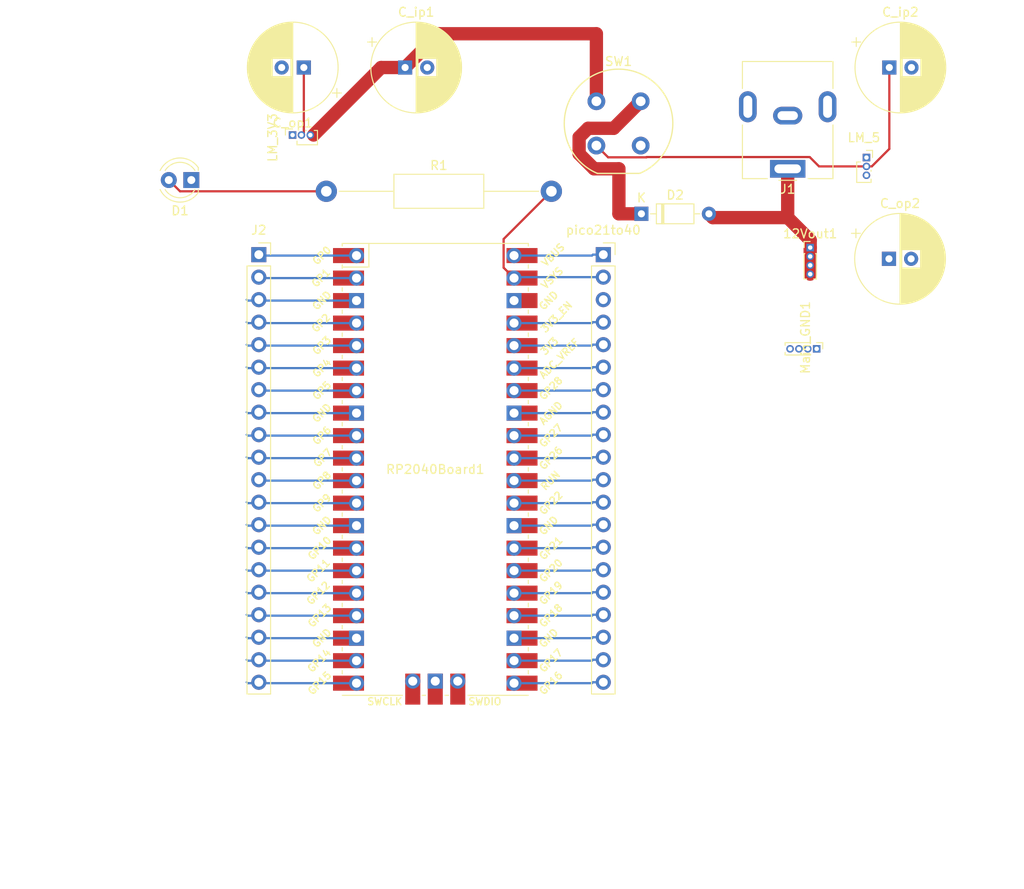
<source format=kicad_pcb>
(kicad_pcb (version 20171130) (host pcbnew 5.1.10-88a1d61d58~88~ubuntu20.04.1)
  (layers (0 F.Cu signal) (1 In1.Cu signal) (2 In2.Cu signal) (31 B.Cu signal) (34 B.Paste user) (35 F.Paste user) (36 B.SilkS user) (37 F.SilkS user) (38 B.Mask user) (39 F.Mask user) (44 Edge.Cuts user))
  (net 0 "")
  (net 1 "Net-(J2-Pad20)")
  (net 2 "Net-(J2-Pad19)")
  (net 3 "Net-(J2-Pad18)")
  (net 4 "Net-(J2-Pad17)")
  (net 5 "Net-(J2-Pad16)")
  (net 6 "Net-(J2-Pad15)")
  (net 7 "Net-(J2-Pad14)")
  (net 8 "Net-(J2-Pad13)")
  (net 9 "Net-(J2-Pad12)")
  (net 10 "Net-(J2-Pad11)")
  (net 11 "Net-(J2-Pad10)")
  (net 12 "Net-(J2-Pad9)")
  (net 13 "Net-(J2-Pad8)")
  (net 14 "Net-(J2-Pad7)")
  (net 15 "Net-(J2-Pad6)")
  (net 16 "Net-(J2-Pad5)")
  (net 17 "Net-(J2-Pad4)")
  (net 18 "Net-(J2-Pad3)")
  (net 19 "Net-(J2-Pad2)")
  (net 20 "Net-(J2-Pad1)")
  (net 21 "Net-(RP2040Board1-Pad21)")
  (net 22 "Net-(RP2040Board1-Pad22)")
  (net 23 "Net-(RP2040Board1-Pad23)")
  (net 24 "Net-(RP2040Board1-Pad24)")
  (net 25 "Net-(RP2040Board1-Pad25)")
  (net 26 "Net-(RP2040Board1-Pad26)")
  (net 27 "Net-(RP2040Board1-Pad27)")
  (net 28 "Net-(RP2040Board1-Pad28)")
  (net 29 "Net-(RP2040Board1-Pad29)")
  (net 30 "Net-(RP2040Board1-Pad30)")
  (net 31 "Net-(RP2040Board1-Pad31)")
  (net 32 "Net-(RP2040Board1-Pad32)")
  (net 33 "Net-(RP2040Board1-Pad33)")
  (net 34 "Net-(RP2040Board1-Pad34)")
  (net 35 "Net-(RP2040Board1-Pad35)")
  (net 36 "Net-(RP2040Board1-Pad36)")
  (net 37 "Net-(RP2040Board1-Pad37)")
  (net 38 "Net-(RP2040Board1-Pad40)")
  (net 39 "Net-(RP2040Board1-Pad43)")
  (net 40 "Net-(RP2040Board1-Pad42)")
  (net 41 "Net-(RP2040Board1-Pad41)")
  (net 42 "Net-(D1-Pad2)")
  (net 43 GND)
  (net 44 +12V)
  (net 45 "Net-(C_ip1-Pad1)")
  (net 46 "Net-(C_ip2-Pad1)")
  (net 47 +3V3)
  (net 48 +5V)
  (net 49 "Net-(SW1-Pad4)")
  (net 50 "Net-(D2-Pad1)")
  (module Diode_THT:D_DO-35_SOD27_P7.62mm_Horizontal (layer F.Cu) (at 143.51 59.69)
    (fp_text reference D2 (at 3.81 -2.12) (layer F.SilkS))
    (fp_text value 1N4148)
    (fp_text user K (at 0 -1.8) (layer F.SilkS))
    (pad 2 thru_hole oval (at 7.62 0) (size 1.6 1.6) (drill 0.8) (layers *.Cu *.Mask) (net 44 +12V))
    (pad 1 thru_hole rect (at 0 0) (size 1.6 1.6) (drill 0.8) (layers *.Cu *.Mask) (net 50 "Net-(D2-Pad1)"))
  )
  (module Resistor_THT:R_Axial_DIN0411_L9.9mm_D3.6mm_P25.40mm_Horizontal (layer F.Cu) (at 107.95 57.15)
    (fp_text reference R1 (at 12.7 -2.92) (layer F.SilkS))
    (fp_text value R)
    (pad 2 thru_hole oval (at 25.4 0) (size 2.4 2.4) (drill 1.2) (layers *.Cu *.Mask) (net 48 +5V))
    (pad 1 thru_hole circle (at 0 0) (size 2.4 2.4) (drill 1.2) (layers *.Cu *.Mask) (net 42 "Net-(D1-Pad2)"))
  )
  (module Button_Switch_THT:Push_E-Switch_KS01Q01 (layer F.Cu) (at 138.43 46.99)
    (fp_text reference SW1 (at 2.5 -4.5) (layer F.SilkS))
    (fp_text value SW_Push_Dual)
    (pad 3 thru_hole circle (at 0 5) (size 2 2) (drill 1.1) (layers *.Cu *.Mask) (net 46 "Net-(C_ip2-Pad1)"))
    (pad 4 thru_hole circle (at 5 5) (size 2 2) (drill 1.1) (layers *.Cu *.Mask) (net 49 "Net-(SW1-Pad4)"))
    (pad 2 thru_hole circle (at 5 0) (size 2 2) (drill 1.1) (layers *.Cu *.Mask) (net 50 "Net-(D2-Pad1)"))
    (pad 1 thru_hole circle (at 0 0) (size 2 2) (drill 1.1) (layers *.Cu *.Mask) (net 45 "Net-(C_ip1-Pad1)"))
  )
  (module Connector_PinSocket_1.00mm:PinSocket_1x03_P1.00mm_Vertical (layer F.Cu) (at 168.91 53.34)
    (fp_text reference LM_5 (at -0.29 -2.25) (layer F.SilkS))
    (fp_text value LM1117-5.0)
    (pad 3 thru_hole oval (at 0 2) (size 0.85 0.85) (drill 0.5) (layers *.Cu *.Mask) (net 48 +5V))
    (pad 2 thru_hole oval (at 0 1) (size 0.85 0.85) (drill 0.5) (layers *.Cu *.Mask) (net 46 "Net-(C_ip2-Pad1)"))
    (pad 1 thru_hole rect (at 0 0) (size 0.85 0.85) (drill 0.5) (layers *.Cu *.Mask) (net 43 GND))
  )
  (module Capacitor_THT:CP_Radial_D10.0mm_P2.50mm (layer F.Cu) (at 171.45 64.77)
    (fp_text reference C_op2 (at 1.25 -6.25) (layer F.SilkS))
    (fp_text value C)
    (pad 2 thru_hole circle (at 2.5 0) (size 1.6 1.6) (drill 0.8) (layers *.Cu *.Mask) (net 43 GND))
    (pad 1 thru_hole rect (at 0 0) (size 1.6 1.6) (drill 0.8) (layers *.Cu *.Mask) (net 48 +5V))
  )
  (module Capacitor_THT:CP_Radial_D10.0mm_P2.50mm (layer F.Cu) (at 105.41 43.18 180)
    (fp_text reference C_op1 (at 1.25 -6.25) (layer F.SilkS))
    (fp_text value C)
    (pad 2 thru_hole circle (at 2.5 0 180) (size 1.6 1.6) (drill 0.8) (layers *.Cu *.Mask) (net 43 GND))
    (pad 1 thru_hole rect (at 0 0 180) (size 1.6 1.6) (drill 0.8) (layers *.Cu *.Mask) (net 47 +3V3))
  )
  (module Capacitor_THT:CP_Radial_D10.0mm_P2.50mm (layer F.Cu) (at 171.49 43.18)
    (fp_text reference C_ip2 (at 1.25 -6.25) (layer F.SilkS))
    (fp_text value C)
    (pad 2 thru_hole circle (at 2.5 0) (size 1.6 1.6) (drill 0.8) (layers *.Cu *.Mask) (net 43 GND))
    (pad 1 thru_hole rect (at 0 0) (size 1.6 1.6) (drill 0.8) (layers *.Cu *.Mask) (net 46 "Net-(C_ip2-Pad1)"))
  )
  (module Capacitor_THT:CP_Radial_D10.0mm_P2.50mm (layer F.Cu) (at 116.84 43.18)
    (fp_text reference C_ip1 (at 1.25 -6.25) (layer F.SilkS))
    (fp_text value C)
    (pad 2 thru_hole circle (at 2.5 0) (size 1.6 1.6) (drill 0.8) (layers *.Cu *.Mask) (net 43 GND))
    (pad 1 thru_hole rect (at 0 0) (size 1.6 1.6) (drill 0.8) (layers *.Cu *.Mask) (net 45 "Net-(C_ip1-Pad1)"))
  )
  (module picoFootPrint:RPi_Pico_SMD_TH (layer F.Cu) (at 120.245 88.535)
    (fp_text reference RP2040Board1 (at 0 0) (layer F.SilkS))
    (fp_text value Pico)
    (fp_text user GP1 (at -12.9 -21.6 45) (layer F.SilkS) (effects (font (size 0.8 0.8))))
    (fp_text user GP2 (at -12.9 -16.51 45) (layer F.SilkS) (effects (font (size 0.8 0.8))))
    (fp_text user GP0 (at -12.8 -24.13 45) (layer F.SilkS) (effects (font (size 0.8 0.8))))
    (fp_text user GP3 (at -12.8 -13.97 45) (layer F.SilkS) (effects (font (size 0.8 0.8))))
    (fp_text user GP4 (at -12.8 -11.43 45) (layer F.SilkS) (effects (font (size 0.8 0.8))))
    (fp_text user GP5 (at -12.8 -8.89 45) (layer F.SilkS) (effects (font (size 0.8 0.8))))
    (fp_text user GP6 (at -12.8 -3.81 45) (layer F.SilkS) (effects (font (size 0.8 0.8))))
    (fp_text user GP7 (at -12.7 -1.3 45) (layer F.SilkS) (effects (font (size 0.8 0.8))))
    (fp_text user GP8 (at -12.8 1.27 45) (layer F.SilkS) (effects (font (size 0.8 0.8))))
    (fp_text user GP9 (at -12.8 3.81 45) (layer F.SilkS) (effects (font (size 0.8 0.8))))
    (fp_text user GP10 (at -13.054 8.89 45) (layer F.SilkS) (effects (font (size 0.8 0.8))))
    (fp_text user GP11 (at -13.2 11.43 45) (layer F.SilkS) (effects (font (size 0.8 0.8))))
    (fp_text user GP12 (at -13.2 13.97 45) (layer F.SilkS) (effects (font (size 0.8 0.8))))
    (fp_text user GP13 (at -13.054 16.51 45) (layer F.SilkS) (effects (font (size 0.8 0.8))))
    (fp_text user GP14 (at -13.1 21.59 45) (layer F.SilkS) (effects (font (size 0.8 0.8))))
    (fp_text user GP15 (at -13.054 24.13 45) (layer F.SilkS) (effects (font (size 0.8 0.8))))
    (fp_text user GP16 (at 13.054 24.13 45) (layer F.SilkS) (effects (font (size 0.8 0.8))))
    (fp_text user GP17 (at 13.054 21.59 45) (layer F.SilkS) (effects (font (size 0.8 0.8))))
    (fp_text user GP18 (at 13.054 16.51 45) (layer F.SilkS) (effects (font (size 0.8 0.8))))
    (fp_text user GP19 (at 13.054 13.97 45) (layer F.SilkS) (effects (font (size 0.8 0.8))))
    (fp_text user GP20 (at 13.054 11.43 45) (layer F.SilkS) (effects (font (size 0.8 0.8))))
    (fp_text user GP21 (at 13.054 8.9 45) (layer F.SilkS) (effects (font (size 0.8 0.8))))
    (fp_text user GP22 (at 13.054 3.81 45) (layer F.SilkS) (effects (font (size 0.8 0.8))))
    (fp_text user RUN (at 13 1.27 45) (layer F.SilkS) (effects (font (size 0.8 0.8))))
    (fp_text user GP26 (at 13.054 -1.27 45) (layer F.SilkS) (effects (font (size 0.8 0.8))))
    (fp_text user GP27 (at 13.054 -3.8 45) (layer F.SilkS) (effects (font (size 0.8 0.8))))
    (fp_text user GP28 (at 13.054 -9.144 45) (layer F.SilkS) (effects (font (size 0.8 0.8))))
    (fp_text user ADC_VREF (at 14 -12.5 45) (layer F.SilkS) (effects (font (size 0.8 0.8))))
    (fp_text user 3V3 (at 12.9 -13.9 45) (layer F.SilkS) (effects (font (size 0.8 0.8))))
    (fp_text user 3V3_EN (at 13.7 -17.2 45) (layer F.SilkS) (effects (font (size 0.8 0.8))))
    (fp_text user VSYS (at 13.2 -21.59 45) (layer F.SilkS) (effects (font (size 0.8 0.8))))
    (fp_text user VBUS (at 13.3 -24.2 45) (layer F.SilkS) (effects (font (size 0.8 0.8))))
    (fp_text user GND (at -12.8 -19.05 45) (layer F.SilkS) (effects (font (size 0.8 0.8))))
    (fp_text user GND (at -12.8 -6.35 45) (layer F.SilkS) (effects (font (size 0.8 0.8))))
    (fp_text user GND (at -12.8 6.35 45) (layer F.SilkS) (effects (font (size 0.8 0.8))))
    (fp_text user GND (at -12.8 19.05 45) (layer F.SilkS) (effects (font (size 0.8 0.8))))
    (fp_text user GND (at 12.8 19.05 45) (layer F.SilkS) (effects (font (size 0.8 0.8))))
    (fp_text user GND (at 12.8 6.35 45) (layer F.SilkS) (effects (font (size 0.8 0.8))))
    (fp_text user GND (at 12.8 -19.05 45) (layer F.SilkS) (effects (font (size 0.8 0.8))))
    (fp_text user AGND (at 13.054 -6.35 45) (layer F.SilkS) (effects (font (size 0.8 0.8))))
    (fp_text user SWCLK (at -5.7 26.2) (layer F.SilkS) (effects (font (size 0.8 0.8))))
    (fp_text user SWDIO (at 5.6 26.2) (layer F.SilkS) (effects (font (size 0.8 0.8))))
    (pad 1 thru_hole oval (at -8.89 -24.13) (size 1.7 1.7) (drill 1.02) (layers *.Cu *.Mask) (net 20 "Net-(J2-Pad1)"))
    (pad 2 thru_hole oval (at -8.89 -21.59) (size 1.7 1.7) (drill 1.02) (layers *.Cu *.Mask) (net 19 "Net-(J2-Pad2)"))
    (pad 3 thru_hole rect (at -8.89 -19.05) (size 1.7 1.7) (drill 1.02) (layers *.Cu *.Mask) (net 18 "Net-(J2-Pad3)"))
    (pad 4 thru_hole oval (at -8.89 -16.51) (size 1.7 1.7) (drill 1.02) (layers *.Cu *.Mask) (net 17 "Net-(J2-Pad4)"))
    (pad 5 thru_hole oval (at -8.89 -13.97) (size 1.7 1.7) (drill 1.02) (layers *.Cu *.Mask) (net 16 "Net-(J2-Pad5)"))
    (pad 6 thru_hole oval (at -8.89 -11.43) (size 1.7 1.7) (drill 1.02) (layers *.Cu *.Mask) (net 15 "Net-(J2-Pad6)"))
    (pad 7 thru_hole oval (at -8.89 -8.89) (size 1.7 1.7) (drill 1.02) (layers *.Cu *.Mask) (net 14 "Net-(J2-Pad7)"))
    (pad 8 thru_hole rect (at -8.89 -6.35) (size 1.7 1.7) (drill 1.02) (layers *.Cu *.Mask) (net 13 "Net-(J2-Pad8)"))
    (pad 9 thru_hole oval (at -8.89 -3.81) (size 1.7 1.7) (drill 1.02) (layers *.Cu *.Mask) (net 12 "Net-(J2-Pad9)"))
    (pad 10 thru_hole oval (at -8.89 -1.27) (size 1.7 1.7) (drill 1.02) (layers *.Cu *.Mask) (net 11 "Net-(J2-Pad10)"))
    (pad 11 thru_hole oval (at -8.89 1.27) (size 1.7 1.7) (drill 1.02) (layers *.Cu *.Mask) (net 10 "Net-(J2-Pad11)"))
    (pad 12 thru_hole oval (at -8.89 3.81) (size 1.7 1.7) (drill 1.02) (layers *.Cu *.Mask) (net 9 "Net-(J2-Pad12)"))
    (pad 13 thru_hole rect (at -8.89 6.35) (size 1.7 1.7) (drill 1.02) (layers *.Cu *.Mask) (net 8 "Net-(J2-Pad13)"))
    (pad 14 thru_hole oval (at -8.89 8.89) (size 1.7 1.7) (drill 1.02) (layers *.Cu *.Mask) (net 7 "Net-(J2-Pad14)"))
    (pad 15 thru_hole oval (at -8.89 11.43) (size 1.7 1.7) (drill 1.02) (layers *.Cu *.Mask) (net 6 "Net-(J2-Pad15)"))
    (pad 16 thru_hole oval (at -8.89 13.97) (size 1.7 1.7) (drill 1.02) (layers *.Cu *.Mask) (net 5 "Net-(J2-Pad16)"))
    (pad 17 thru_hole oval (at -8.89 16.51) (size 1.7 1.7) (drill 1.02) (layers *.Cu *.Mask) (net 4 "Net-(J2-Pad17)"))
    (pad 18 thru_hole rect (at -8.89 19.05) (size 1.7 1.7) (drill 1.02) (layers *.Cu *.Mask) (net 3 "Net-(J2-Pad18)"))
    (pad 19 thru_hole oval (at -8.89 21.59) (size 1.7 1.7) (drill 1.02) (layers *.Cu *.Mask) (net 2 "Net-(J2-Pad19)"))
    (pad 20 thru_hole oval (at -8.89 24.13) (size 1.7 1.7) (drill 1.02) (layers *.Cu *.Mask) (net 1 "Net-(J2-Pad20)"))
    (pad 21 thru_hole oval (at 8.89 24.13) (size 1.7 1.7) (drill 1.02) (layers *.Cu *.Mask) (net 21 "Net-(RP2040Board1-Pad21)"))
    (pad 22 thru_hole oval (at 8.89 21.59) (size 1.7 1.7) (drill 1.02) (layers *.Cu *.Mask) (net 22 "Net-(RP2040Board1-Pad22)"))
    (pad 23 thru_hole rect (at 8.89 19.05) (size 1.7 1.7) (drill 1.02) (layers *.Cu *.Mask) (net 23 "Net-(RP2040Board1-Pad23)"))
    (pad 24 thru_hole oval (at 8.89 16.51) (size 1.7 1.7) (drill 1.02) (layers *.Cu *.Mask) (net 24 "Net-(RP2040Board1-Pad24)"))
    (pad 25 thru_hole oval (at 8.89 13.97) (size 1.7 1.7) (drill 1.02) (layers *.Cu *.Mask) (net 25 "Net-(RP2040Board1-Pad25)"))
    (pad 26 thru_hole oval (at 8.89 11.43) (size 1.7 1.7) (drill 1.02) (layers *.Cu *.Mask) (net 26 "Net-(RP2040Board1-Pad26)"))
    (pad 27 thru_hole oval (at 8.89 8.89) (size 1.7 1.7) (drill 1.02) (layers *.Cu *.Mask) (net 27 "Net-(RP2040Board1-Pad27)"))
    (pad 28 thru_hole rect (at 8.89 6.35) (size 1.7 1.7) (drill 1.02) (layers *.Cu *.Mask) (net 28 "Net-(RP2040Board1-Pad28)"))
    (pad 29 thru_hole oval (at 8.89 3.81) (size 1.7 1.7) (drill 1.02) (layers *.Cu *.Mask) (net 29 "Net-(RP2040Board1-Pad29)"))
    (pad 30 thru_hole oval (at 8.89 1.27) (size 1.7 1.7) (drill 1.02) (layers *.Cu *.Mask) (net 30 "Net-(RP2040Board1-Pad30)"))
    (pad 31 thru_hole oval (at 8.89 -1.27) (size 1.7 1.7) (drill 1.02) (layers *.Cu *.Mask) (net 31 "Net-(RP2040Board1-Pad31)"))
    (pad 32 thru_hole oval (at 8.89 -3.81) (size 1.7 1.7) (drill 1.02) (layers *.Cu *.Mask) (net 32 "Net-(RP2040Board1-Pad32)"))
    (pad 33 thru_hole rect (at 8.89 -6.35) (size 1.7 1.7) (drill 1.02) (layers *.Cu *.Mask) (net 33 "Net-(RP2040Board1-Pad33)"))
    (pad 34 thru_hole oval (at 8.89 -8.89) (size 1.7 1.7) (drill 1.02) (layers *.Cu *.Mask) (net 34 "Net-(RP2040Board1-Pad34)"))
    (pad 35 thru_hole oval (at 8.89 -11.43) (size 1.7 1.7) (drill 1.02) (layers *.Cu *.Mask) (net 35 "Net-(RP2040Board1-Pad35)"))
    (pad 36 thru_hole oval (at 8.89 -13.97) (size 1.7 1.7) (drill 1.02) (layers *.Cu *.Mask) (net 36 "Net-(RP2040Board1-Pad36)"))
    (pad 37 thru_hole oval (at 8.89 -16.51) (size 1.7 1.7) (drill 1.02) (layers *.Cu *.Mask) (net 37 "Net-(RP2040Board1-Pad37)"))
    (pad 38 thru_hole rect (at 8.89 -19.05) (size 1.7 1.7) (drill 1.02) (layers *.Cu *.Mask) (net 43 GND))
    (pad 39 thru_hole oval (at 8.89 -21.59) (size 1.7 1.7) (drill 1.02) (layers *.Cu *.Mask) (net 48 +5V))
    (pad 40 thru_hole oval (at 8.89 -24.13) (size 1.7 1.7) (drill 1.02) (layers *.Cu *.Mask) (net 38 "Net-(RP2040Board1-Pad40)"))
    (pad 1 smd rect (at -8.89 -24.13) (size 3.5 1.7) (drill (offset -0.9 0)) (layers F.Cu F.Mask) (net 20 "Net-(J2-Pad1)"))
    (pad 2 smd rect (at -8.89 -21.59) (size 3.5 1.7) (drill (offset -0.9 0)) (layers F.Cu F.Mask) (net 19 "Net-(J2-Pad2)"))
    (pad 3 smd rect (at -8.89 -19.05) (size 3.5 1.7) (drill (offset -0.9 0)) (layers F.Cu F.Mask) (net 18 "Net-(J2-Pad3)"))
    (pad 4 smd rect (at -8.89 -16.51) (size 3.5 1.7) (drill (offset -0.9 0)) (layers F.Cu F.Mask) (net 17 "Net-(J2-Pad4)"))
    (pad 5 smd rect (at -8.89 -13.97) (size 3.5 1.7) (drill (offset -0.9 0)) (layers F.Cu F.Mask) (net 16 "Net-(J2-Pad5)"))
    (pad 6 smd rect (at -8.89 -11.43) (size 3.5 1.7) (drill (offset -0.9 0)) (layers F.Cu F.Mask) (net 15 "Net-(J2-Pad6)"))
    (pad 7 smd rect (at -8.89 -8.89) (size 3.5 1.7) (drill (offset -0.9 0)) (layers F.Cu F.Mask) (net 14 "Net-(J2-Pad7)"))
    (pad 8 smd rect (at -8.89 -6.35) (size 3.5 1.7) (drill (offset -0.9 0)) (layers F.Cu F.Mask) (net 13 "Net-(J2-Pad8)"))
    (pad 9 smd rect (at -8.89 -3.81) (size 3.5 1.7) (drill (offset -0.9 0)) (layers F.Cu F.Mask) (net 12 "Net-(J2-Pad9)"))
    (pad 10 smd rect (at -8.89 -1.27) (size 3.5 1.7) (drill (offset -0.9 0)) (layers F.Cu F.Mask) (net 11 "Net-(J2-Pad10)"))
    (pad 11 smd rect (at -8.89 1.27) (size 3.5 1.7) (drill (offset -0.9 0)) (layers F.Cu F.Mask) (net 10 "Net-(J2-Pad11)"))
    (pad 12 smd rect (at -8.89 3.81) (size 3.5 1.7) (drill (offset -0.9 0)) (layers F.Cu F.Mask) (net 9 "Net-(J2-Pad12)"))
    (pad 13 smd rect (at -8.89 6.35) (size 3.5 1.7) (drill (offset -0.9 0)) (layers F.Cu F.Mask) (net 8 "Net-(J2-Pad13)"))
    (pad 14 smd rect (at -8.89 8.89) (size 3.5 1.7) (drill (offset -0.9 0)) (layers F.Cu F.Mask) (net 7 "Net-(J2-Pad14)"))
    (pad 15 smd rect (at -8.89 11.43) (size 3.5 1.7) (drill (offset -0.9 0)) (layers F.Cu F.Mask) (net 6 "Net-(J2-Pad15)"))
    (pad 16 smd rect (at -8.89 13.97) (size 3.5 1.7) (drill (offset -0.9 0)) (layers F.Cu F.Mask) (net 5 "Net-(J2-Pad16)"))
    (pad 17 smd rect (at -8.89 16.51) (size 3.5 1.7) (drill (offset -0.9 0)) (layers F.Cu F.Mask) (net 4 "Net-(J2-Pad17)"))
    (pad 18 smd rect (at -8.89 19.05) (size 3.5 1.7) (drill (offset -0.9 0)) (layers F.Cu F.Mask) (net 3 "Net-(J2-Pad18)"))
    (pad 19 smd rect (at -8.89 21.59) (size 3.5 1.7) (drill (offset -0.9 0)) (layers F.Cu F.Mask) (net 2 "Net-(J2-Pad19)"))
    (pad 20 smd rect (at -8.89 24.13) (size 3.5 1.7) (drill (offset -0.9 0)) (layers F.Cu F.Mask) (net 1 "Net-(J2-Pad20)"))
    (pad 40 smd rect (at 8.89 -24.13) (size 3.5 1.7) (drill (offset 0.9 0)) (layers F.Cu F.Mask) (net 38 "Net-(RP2040Board1-Pad40)"))
    (pad 39 smd rect (at 8.89 -21.59) (size 3.5 1.7) (drill (offset 0.9 0)) (layers F.Cu F.Mask) (net 48 +5V))
    (pad 38 smd rect (at 8.89 -19.05) (size 3.5 1.7) (drill (offset 0.9 0)) (layers F.Cu F.Mask) (net 43 GND))
    (pad 37 smd rect (at 8.89 -16.51) (size 3.5 1.7) (drill (offset 0.9 0)) (layers F.Cu F.Mask) (net 37 "Net-(RP2040Board1-Pad37)"))
    (pad 36 smd rect (at 8.89 -13.97) (size 3.5 1.7) (drill (offset 0.9 0)) (layers F.Cu F.Mask) (net 36 "Net-(RP2040Board1-Pad36)"))
    (pad 35 smd rect (at 8.89 -11.43) (size 3.5 1.7) (drill (offset 0.9 0)) (layers F.Cu F.Mask) (net 35 "Net-(RP2040Board1-Pad35)"))
    (pad 34 smd rect (at 8.89 -8.89) (size 3.5 1.7) (drill (offset 0.9 0)) (layers F.Cu F.Mask) (net 34 "Net-(RP2040Board1-Pad34)"))
    (pad 33 smd rect (at 8.89 -6.35) (size 3.5 1.7) (drill (offset 0.9 0)) (layers F.Cu F.Mask) (net 33 "Net-(RP2040Board1-Pad33)"))
    (pad 32 smd rect (at 8.89 -3.81) (size 3.5 1.7) (drill (offset 0.9 0)) (layers F.Cu F.Mask) (net 32 "Net-(RP2040Board1-Pad32)"))
    (pad 31 smd rect (at 8.89 -1.27) (size 3.5 1.7) (drill (offset 0.9 0)) (layers F.Cu F.Mask) (net 31 "Net-(RP2040Board1-Pad31)"))
    (pad 30 smd rect (at 8.89 1.27) (size 3.5 1.7) (drill (offset 0.9 0)) (layers F.Cu F.Mask) (net 30 "Net-(RP2040Board1-Pad30)"))
    (pad 29 smd rect (at 8.89 3.81) (size 3.5 1.7) (drill (offset 0.9 0)) (layers F.Cu F.Mask) (net 29 "Net-(RP2040Board1-Pad29)"))
    (pad 28 smd rect (at 8.89 6.35) (size 3.5 1.7) (drill (offset 0.9 0)) (layers F.Cu F.Mask) (net 28 "Net-(RP2040Board1-Pad28)"))
    (pad 27 smd rect (at 8.89 8.89) (size 3.5 1.7) (drill (offset 0.9 0)) (layers F.Cu F.Mask) (net 27 "Net-(RP2040Board1-Pad27)"))
    (pad 26 smd rect (at 8.89 11.43) (size 3.5 1.7) (drill (offset 0.9 0)) (layers F.Cu F.Mask) (net 26 "Net-(RP2040Board1-Pad26)"))
    (pad 25 smd rect (at 8.89 13.97) (size 3.5 1.7) (drill (offset 0.9 0)) (layers F.Cu F.Mask) (net 25 "Net-(RP2040Board1-Pad25)"))
    (pad 24 smd rect (at 8.89 16.51) (size 3.5 1.7) (drill (offset 0.9 0)) (layers F.Cu F.Mask) (net 24 "Net-(RP2040Board1-Pad24)"))
    (pad 23 smd rect (at 8.89 19.05) (size 3.5 1.7) (drill (offset 0.9 0)) (layers F.Cu F.Mask) (net 23 "Net-(RP2040Board1-Pad23)"))
    (pad 22 smd rect (at 8.89 21.59) (size 3.5 1.7) (drill (offset 0.9 0)) (layers F.Cu F.Mask) (net 22 "Net-(RP2040Board1-Pad22)"))
    (pad 21 smd rect (at 8.89 24.13) (size 3.5 1.7) (drill (offset 0.9 0)) (layers F.Cu F.Mask) (net 21 "Net-(RP2040Board1-Pad21)"))
    (pad "" np_thru_hole oval (at -2.725 -24) (size 1.8 1.8) (drill 1.8) (layers *.Cu *.Mask))
    (pad "" np_thru_hole oval (at 2.725 -24) (size 1.8 1.8) (drill 1.8) (layers *.Cu *.Mask))
    (pad "" np_thru_hole oval (at -2.425 -20.97) (size 1.5 1.5) (drill 1.5) (layers *.Cu *.Mask))
    (pad "" np_thru_hole oval (at 2.425 -20.97) (size 1.5 1.5) (drill 1.5) (layers *.Cu *.Mask))
    (pad 41 smd rect (at -2.54 23.9 90) (size 3.5 1.7) (drill (offset -0.9 0)) (layers F.Cu F.Mask) (net 41 "Net-(RP2040Board1-Pad41)"))
    (pad 41 thru_hole oval (at -2.54 23.9) (size 1.7 1.7) (drill 1.02) (layers *.Cu *.Mask) (net 41 "Net-(RP2040Board1-Pad41)"))
    (pad 42 smd rect (at 0 23.9 90) (size 3.5 1.7) (drill (offset -0.9 0)) (layers F.Cu F.Mask) (net 40 "Net-(RP2040Board1-Pad42)"))
    (pad 42 thru_hole rect (at 0 23.9) (size 1.7 1.7) (drill 1.02) (layers *.Cu *.Mask) (net 40 "Net-(RP2040Board1-Pad42)"))
    (pad 43 smd rect (at 2.54 23.9 90) (size 3.5 1.7) (drill (offset -0.9 0)) (layers F.Cu F.Mask) (net 39 "Net-(RP2040Board1-Pad43)"))
    (pad 43 thru_hole oval (at 2.54 23.9) (size 1.7 1.7) (drill 1.02) (layers *.Cu *.Mask) (net 39 "Net-(RP2040Board1-Pad43)"))
  )
  (module LED_THT:LED_D4.0mm (layer F.Cu) (at 92.71 55.88 180)
    (fp_text reference D1 (at 1.27 -3.46) (layer F.SilkS))
    (fp_text value LED)
    (pad 1 thru_hole rect (at 0 0 180) (size 1.8 1.8) (drill 0.9) (layers *.Cu *.Mask) (net 43 GND))
    (pad 2 thru_hole circle (at 2.54 0 180) (size 1.8 1.8) (drill 0.9) (layers *.Cu *.Mask) (net 42 "Net-(D1-Pad2)"))
  )
  (module Connector_BarrelJack:BarrelJack_CUI_PJ-063AH_Horizontal (layer F.Cu) (at 160.02 54.61 180)
    (fp_text reference J1 (at 0 -2.3) (layer F.SilkS))
    (fp_text value Barrel_Jack)
    (pad 1 thru_hole rect (at 0 0 180) (size 4 2) (drill oval 3 1) (layers *.Cu *.Mask) (net 44 +12V))
    (pad 2 thru_hole oval (at 0 6 180) (size 3.3 2) (drill oval 2.3 1) (layers *.Cu *.Mask) (net 43 GND))
    (pad MP thru_hole oval (at -4.5 7 180) (size 2 3.5) (drill oval 1 2.5) (layers *.Cu *.Mask))
    (pad MP thru_hole oval (at 4.5 7 180) (size 2 3.5) (drill oval 1 2.5) (layers *.Cu *.Mask))
    (pad "" np_thru_hole circle (at 0 9 180) (size 1.6 1.6) (drill 1.6) (layers *.Cu *.Mask))
  )
  (module Connector_PinSocket_1.00mm:PinSocket_1x03_P1.00mm_Vertical (layer F.Cu) (at 104.14 50.8 90)
    (fp_text reference LM_3V3 (at -0.29 -2.25 90) (layer F.SilkS))
    (fp_text value LM1117-3.3)
    (pad 1 thru_hole rect (at 0 0 90) (size 0.85 0.85) (drill 0.5) (layers *.Cu *.Mask) (net 43 GND))
    (pad 2 thru_hole oval (at 0 1 90) (size 0.85 0.85) (drill 0.5) (layers *.Cu *.Mask) (net 47 +3V3))
    (pad 3 thru_hole oval (at 0 2 90) (size 0.85 0.85) (drill 0.5) (layers *.Cu *.Mask) (net 45 "Net-(C_ip1-Pad1)"))
  )
  (module Connector_PinHeader_1.00mm:PinHeader_1x04_P1.00mm_Vertical (layer F.Cu) (at 163.29 74.93 270)
    (fp_text reference Main_GND1 (at -1.27 1.27 90) (layer F.SilkS))
    (fp_text value Conn_01x04_Male)
    (pad 1 thru_hole rect (at 0 0 270) (size 0.85 0.85) (drill 0.5) (layers *.Cu *.Mask) (net 43 GND))
    (pad 2 thru_hole oval (at 0 1 270) (size 0.85 0.85) (drill 0.5) (layers *.Cu *.Mask) (net 43 GND))
    (pad 3 thru_hole oval (at 0 2 270) (size 0.85 0.85) (drill 0.5) (layers *.Cu *.Mask) (net 43 GND))
    (pad 4 thru_hole oval (at 0 3 270) (size 0.85 0.85) (drill 0.5) (layers *.Cu *.Mask) (net 43 GND))
  )
  (module Connector_PinHeader_1.00mm:PinHeader_1x04_P1.00mm_Vertical (layer F.Cu) (at 162.56 63.5)
    (fp_text reference 12Vout1 (at 0 -1.56) (layer F.SilkS))
    (fp_text value Conn_01x04_Male)
    (pad 4 thru_hole oval (at 0 3) (size 0.85 0.85) (drill 0.5) (layers *.Cu *.Mask) (net 44 +12V))
    (pad 3 thru_hole oval (at 0 2) (size 0.85 0.85) (drill 0.5) (layers *.Cu *.Mask) (net 44 +12V))
    (pad 2 thru_hole oval (at 0 1) (size 0.85 0.85) (drill 0.5) (layers *.Cu *.Mask) (net 44 +12V))
    (pad 1 thru_hole rect (at 0 0) (size 0.85 0.85) (drill 0.5) (layers *.Cu *.Mask) (net 44 +12V))
  )
  (module Connector_PinSocket_2.54mm:PinSocket_1x20_P2.54mm_Vertical (layer F.Cu) (at 139.21 64.3)
    (fp_text reference pico21to40 (at 0 -2.77) (layer F.SilkS))
    (fp_text value Conn_01x20_Female)
    (pad 1 thru_hole rect (at 0 0) (size 1.7 1.7) (drill 1) (layers *.Cu *.Mask) (net 38 "Net-(RP2040Board1-Pad40)"))
    (pad 2 thru_hole oval (at 0 2.54) (size 1.7 1.7) (drill 1) (layers *.Cu *.Mask) (net 48 +5V))
    (pad 3 thru_hole oval (at 0 5.08) (size 1.7 1.7) (drill 1) (layers *.Cu *.Mask) (net 43 GND))
    (pad 4 thru_hole oval (at 0 7.62) (size 1.7 1.7) (drill 1) (layers *.Cu *.Mask) (net 37 "Net-(RP2040Board1-Pad37)"))
    (pad 5 thru_hole oval (at 0 10.16) (size 1.7 1.7) (drill 1) (layers *.Cu *.Mask) (net 36 "Net-(RP2040Board1-Pad36)"))
    (pad 6 thru_hole oval (at 0 12.7) (size 1.7 1.7) (drill 1) (layers *.Cu *.Mask) (net 35 "Net-(RP2040Board1-Pad35)"))
    (pad 7 thru_hole oval (at 0 15.24) (size 1.7 1.7) (drill 1) (layers *.Cu *.Mask) (net 34 "Net-(RP2040Board1-Pad34)"))
    (pad 8 thru_hole oval (at 0 17.78) (size 1.7 1.7) (drill 1) (layers *.Cu *.Mask) (net 33 "Net-(RP2040Board1-Pad33)"))
    (pad 9 thru_hole oval (at 0 20.32) (size 1.7 1.7) (drill 1) (layers *.Cu *.Mask) (net 32 "Net-(RP2040Board1-Pad32)"))
    (pad 10 thru_hole oval (at 0 22.86) (size 1.7 1.7) (drill 1) (layers *.Cu *.Mask) (net 31 "Net-(RP2040Board1-Pad31)"))
    (pad 11 thru_hole oval (at 0 25.4) (size 1.7 1.7) (drill 1) (layers *.Cu *.Mask) (net 30 "Net-(RP2040Board1-Pad30)"))
    (pad 12 thru_hole oval (at 0 27.94) (size 1.7 1.7) (drill 1) (layers *.Cu *.Mask) (net 29 "Net-(RP2040Board1-Pad29)"))
    (pad 13 thru_hole oval (at 0 30.48) (size 1.7 1.7) (drill 1) (layers *.Cu *.Mask) (net 28 "Net-(RP2040Board1-Pad28)"))
    (pad 14 thru_hole oval (at 0 33.02) (size 1.7 1.7) (drill 1) (layers *.Cu *.Mask) (net 27 "Net-(RP2040Board1-Pad27)"))
    (pad 15 thru_hole oval (at 0 35.56) (size 1.7 1.7) (drill 1) (layers *.Cu *.Mask) (net 26 "Net-(RP2040Board1-Pad26)"))
    (pad 16 thru_hole oval (at 0 38.1) (size 1.7 1.7) (drill 1) (layers *.Cu *.Mask) (net 25 "Net-(RP2040Board1-Pad25)"))
    (pad 17 thru_hole oval (at 0 40.64) (size 1.7 1.7) (drill 1) (layers *.Cu *.Mask) (net 24 "Net-(RP2040Board1-Pad24)"))
    (pad 18 thru_hole oval (at 0 43.18) (size 1.7 1.7) (drill 1) (layers *.Cu *.Mask) (net 23 "Net-(RP2040Board1-Pad23)"))
    (pad 19 thru_hole oval (at 0 45.72) (size 1.7 1.7) (drill 1) (layers *.Cu *.Mask) (net 22 "Net-(RP2040Board1-Pad22)"))
    (pad 20 thru_hole oval (at 0 48.26) (size 1.7 1.7) (drill 1) (layers *.Cu *.Mask) (net 21 "Net-(RP2040Board1-Pad21)"))
  )
  (module Connector_PinSocket_2.54mm:PinSocket_1x20_P2.54mm_Vertical (layer F.Cu) (at 100.33 64.3)
    (fp_text reference J2 (at 0 -2.77) (layer F.SilkS))
    (fp_text value Pico1to20)
    (pad 20 thru_hole oval (at 0 48.26) (size 1.7 1.7) (drill 1) (layers *.Cu *.Mask) (net 1 "Net-(J2-Pad20)"))
    (pad 19 thru_hole oval (at 0 45.72) (size 1.7 1.7) (drill 1) (layers *.Cu *.Mask) (net 2 "Net-(J2-Pad19)"))
    (pad 18 thru_hole oval (at 0 43.18) (size 1.7 1.7) (drill 1) (layers *.Cu *.Mask) (net 3 "Net-(J2-Pad18)"))
    (pad 17 thru_hole oval (at 0 40.64) (size 1.7 1.7) (drill 1) (layers *.Cu *.Mask) (net 4 "Net-(J2-Pad17)"))
    (pad 16 thru_hole oval (at 0 38.1) (size 1.7 1.7) (drill 1) (layers *.Cu *.Mask) (net 5 "Net-(J2-Pad16)"))
    (pad 15 thru_hole oval (at 0 35.56) (size 1.7 1.7) (drill 1) (layers *.Cu *.Mask) (net 6 "Net-(J2-Pad15)"))
    (pad 14 thru_hole oval (at 0 33.02) (size 1.7 1.7) (drill 1) (layers *.Cu *.Mask) (net 7 "Net-(J2-Pad14)"))
    (pad 13 thru_hole oval (at 0 30.48) (size 1.7 1.7) (drill 1) (layers *.Cu *.Mask) (net 8 "Net-(J2-Pad13)"))
    (pad 12 thru_hole oval (at 0 27.94) (size 1.7 1.7) (drill 1) (layers *.Cu *.Mask) (net 9 "Net-(J2-Pad12)"))
    (pad 11 thru_hole oval (at 0 25.4) (size 1.7 1.7) (drill 1) (layers *.Cu *.Mask) (net 10 "Net-(J2-Pad11)"))
    (pad 10 thru_hole oval (at 0 22.86) (size 1.7 1.7) (drill 1) (layers *.Cu *.Mask) (net 11 "Net-(J2-Pad10)"))
    (pad 9 thru_hole oval (at 0 20.32) (size 1.7 1.7) (drill 1) (layers *.Cu *.Mask) (net 12 "Net-(J2-Pad9)"))
    (pad 8 thru_hole oval (at 0 17.78) (size 1.7 1.7) (drill 1) (layers *.Cu *.Mask) (net 13 "Net-(J2-Pad8)"))
    (pad 7 thru_hole oval (at 0 15.24) (size 1.7 1.7) (drill 1) (layers *.Cu *.Mask) (net 14 "Net-(J2-Pad7)"))
    (pad 6 thru_hole oval (at 0 12.7) (size 1.7 1.7) (drill 1) (layers *.Cu *.Mask) (net 15 "Net-(J2-Pad6)"))
    (pad 5 thru_hole oval (at 0 10.16) (size 1.7 1.7) (drill 1) (layers *.Cu *.Mask) (net 16 "Net-(J2-Pad5)"))
    (pad 4 thru_hole oval (at 0 7.62) (size 1.7 1.7) (drill 1) (layers *.Cu *.Mask) (net 17 "Net-(J2-Pad4)"))
    (pad 3 thru_hole oval (at 0 5.08) (size 1.7 1.7) (drill 1) (layers *.Cu *.Mask) (net 18 "Net-(J2-Pad3)"))
    (pad 2 thru_hole oval (at 0 2.54) (size 1.7 1.7) (drill 1) (layers *.Cu *.Mask) (net 19 "Net-(J2-Pad2)"))
    (pad 1 thru_hole rect (at 0 0) (size 1.7 1.7) (drill 1) (layers *.Cu *.Mask) (net 20 "Net-(J2-Pad1)"))
  )
  (segment (start 111.355 112.665) (end 99.0703 112.665) (width 0.25) (layer B.Cu) (net 1))
  (segment (start 99.0703 112.665) (end 98.9653 112.56) (width 0.25) (layer B.Cu) (net 1))
  (segment (start 111.355 110.125) (end 99.0703 110.125) (width 0.25) (layer B.Cu) (net 2))
  (segment (start 99.0703 110.125) (end 98.9653 110.02) (width 0.25) (layer B.Cu) (net 2))
  (segment (start 111.355 107.585) (end 99.0703 107.585) (width 0.25) (layer B.Cu) (net 3))
  (segment (start 99.0703 107.585) (end 98.9653 107.48) (width 0.25) (layer B.Cu) (net 3))
  (segment (start 111.355 105.045) (end 99.0703 105.045) (width 0.25) (layer B.Cu) (net 4))
  (segment (start 99.0703 105.045) (end 98.9653 104.94) (width 0.25) (layer B.Cu) (net 4))
  (segment (start 111.355 102.505) (end 99.0703 102.505) (width 0.25) (layer B.Cu) (net 5))
  (segment (start 99.0703 102.505) (end 98.9653 102.4) (width 0.25) (layer B.Cu) (net 5))
  (segment (start 111.355 99.965) (end 99.0703 99.965) (width 0.25) (layer B.Cu) (net 6))
  (segment (start 99.0703 99.965) (end 98.9653 99.86) (width 0.25) (layer B.Cu) (net 6))
  (segment (start 111.355 97.425) (end 99.0703 97.425) (width 0.25) (layer B.Cu) (net 7))
  (segment (start 99.0703 97.425) (end 98.9653 97.32) (width 0.25) (layer B.Cu) (net 7))
  (segment (start 111.355 94.885) (end 99.0703 94.885) (width 0.25) (layer B.Cu) (net 8))
  (segment (start 99.0703 94.885) (end 98.9653 94.78) (width 0.25) (layer B.Cu) (net 8))
  (segment (start 111.355 92.345) (end 99.0703 92.345) (width 0.25) (layer B.Cu) (net 9))
  (segment (start 99.0703 92.345) (end 98.9653 92.24) (width 0.25) (layer B.Cu) (net 9))
  (segment (start 100.435 89.805) (end 100.33 89.7) (width 0.25) (layer B.Cu) (net 10))
  (segment (start 111.355 89.805) (end 100.435 89.805) (width 0.25) (layer B.Cu) (net 10))
  (segment (start 111.355 87.265) (end 99.0703 87.265) (width 0.25) (layer B.Cu) (net 11))
  (segment (start 99.0703 87.265) (end 98.9653 87.16) (width 0.25) (layer B.Cu) (net 11))
  (segment (start 111.355 84.725) (end 99.0703 84.725) (width 0.25) (layer B.Cu) (net 12))
  (segment (start 99.0703 84.725) (end 98.9653 84.62) (width 0.25) (layer B.Cu) (net 12))
  (segment (start 111.355 82.185) (end 99.0703 82.185) (width 0.25) (layer B.Cu) (net 13))
  (segment (start 99.0703 82.185) (end 98.9653 82.08) (width 0.25) (layer B.Cu) (net 13))
  (segment (start 100.435 79.645) (end 100.33 79.54) (width 0.25) (layer B.Cu) (net 14))
  (segment (start 111.355 79.645) (end 100.435 79.645) (width 0.25) (layer B.Cu) (net 14))
  (segment (start 111.355 77.105) (end 99.0703 77.105) (width 0.25) (layer B.Cu) (net 15))
  (segment (start 99.0703 77.105) (end 98.9653 77) (width 0.25) (layer B.Cu) (net 15))
  (segment (start 111.355 74.565) (end 99.0703 74.565) (width 0.25) (layer B.Cu) (net 16))
  (segment (start 99.0703 74.565) (end 98.9653 74.46) (width 0.25) (layer B.Cu) (net 16))
  (segment (start 111.355 72.025) (end 99.0703 72.025) (width 0.25) (layer B.Cu) (net 17))
  (segment (start 99.0703 72.025) (end 98.9653 71.92) (width 0.25) (layer B.Cu) (net 17))
  (segment (start 111.355 69.485) (end 99.0703 69.485) (width 0.25) (layer B.Cu) (net 18))
  (segment (start 99.0703 69.485) (end 98.9653 69.38) (width 0.25) (layer B.Cu) (net 18))
  (segment (start 100.435 66.945) (end 100.33 66.84) (width 0.25) (layer B.Cu) (net 19))
  (segment (start 111.355 66.945) (end 100.435 66.945) (width 0.25) (layer B.Cu) (net 19))
  (segment (start 100.435 64.405) (end 100.33 64.3) (width 0.25) (layer B.Cu) (net 20))
  (segment (start 111.355 64.405) (end 100.435 64.405) (width 0.25) (layer B.Cu) (net 20))
  (segment (start 139.21 112.56) (end 138.0347 112.56) (width 0.25) (layer B.Cu) (net 21))
  (segment (start 129.135 112.665) (end 137.9297 112.665) (width 0.25) (layer B.Cu) (net 21))
  (segment (start 137.9297 112.665) (end 138.0347 112.56) (width 0.25) (layer B.Cu) (net 21))
  (segment (start 139.21 110.02) (end 138.0347 110.02) (width 0.25) (layer B.Cu) (net 22))
  (segment (start 129.135 110.125) (end 137.9297 110.125) (width 0.25) (layer B.Cu) (net 22))
  (segment (start 137.9297 110.125) (end 138.0347 110.02) (width 0.25) (layer B.Cu) (net 22))
  (segment (start 139.21 107.48) (end 138.0347 107.48) (width 0.25) (layer B.Cu) (net 23))
  (segment (start 129.135 107.585) (end 137.9297 107.585) (width 0.25) (layer B.Cu) (net 23))
  (segment (start 137.9297 107.585) (end 138.0347 107.48) (width 0.25) (layer B.Cu) (net 23))
  (segment (start 139.21 104.94) (end 138.0347 104.94) (width 0.25) (layer B.Cu) (net 24))
  (segment (start 129.135 105.045) (end 137.9297 105.045) (width 0.25) (layer B.Cu) (net 24))
  (segment (start 137.9297 105.045) (end 138.0347 104.94) (width 0.25) (layer B.Cu) (net 24))
  (segment (start 139.21 102.4) (end 138.0347 102.4) (width 0.25) (layer B.Cu) (net 25))
  (segment (start 129.135 102.505) (end 137.9297 102.505) (width 0.25) (layer B.Cu) (net 25))
  (segment (start 137.9297 102.505) (end 138.0347 102.4) (width 0.25) (layer B.Cu) (net 25))
  (segment (start 139.21 99.86) (end 138.0347 99.86) (width 0.25) (layer B.Cu) (net 26))
  (segment (start 129.135 99.965) (end 137.9297 99.965) (width 0.25) (layer B.Cu) (net 26))
  (segment (start 137.9297 99.965) (end 138.0347 99.86) (width 0.25) (layer B.Cu) (net 26))
  (segment (start 139.21 97.32) (end 138.0347 97.32) (width 0.25) (layer B.Cu) (net 27))
  (segment (start 129.135 97.425) (end 137.9297 97.425) (width 0.25) (layer B.Cu) (net 27))
  (segment (start 137.9297 97.425) (end 138.0347 97.32) (width 0.25) (layer B.Cu) (net 27))
  (segment (start 139.21 94.78) (end 138.0347 94.78) (width 0.25) (layer B.Cu) (net 28))
  (segment (start 129.135 94.885) (end 137.9297 94.885) (width 0.25) (layer B.Cu) (net 28))
  (segment (start 137.9297 94.885) (end 138.0347 94.78) (width 0.25) (layer B.Cu) (net 28))
  (segment (start 139.21 92.24) (end 138.0347 92.24) (width 0.25) (layer B.Cu) (net 29))
  (segment (start 129.135 92.345) (end 137.9297 92.345) (width 0.25) (layer B.Cu) (net 29))
  (segment (start 137.9297 92.345) (end 138.0347 92.24) (width 0.25) (layer B.Cu) (net 29))
  (segment (start 139.21 89.7) (end 138.0347 89.7) (width 0.25) (layer B.Cu) (net 30))
  (segment (start 129.135 89.805) (end 137.9297 89.805) (width 0.25) (layer B.Cu) (net 30))
  (segment (start 137.9297 89.805) (end 138.0347 89.7) (width 0.25) (layer B.Cu) (net 30))
  (segment (start 139.21 87.16) (end 138.0347 87.16) (width 0.25) (layer B.Cu) (net 31))
  (segment (start 129.135 87.265) (end 137.9297 87.265) (width 0.25) (layer B.Cu) (net 31))
  (segment (start 137.9297 87.265) (end 138.0347 87.16) (width 0.25) (layer B.Cu) (net 31))
  (segment (start 139.21 84.62) (end 138.0347 84.62) (width 0.25) (layer B.Cu) (net 32))
  (segment (start 129.135 84.725) (end 137.9297 84.725) (width 0.25) (layer B.Cu) (net 32))
  (segment (start 137.9297 84.725) (end 138.0347 84.62) (width 0.25) (layer B.Cu) (net 32))
  (segment (start 139.21 82.08) (end 138.0347 82.08) (width 0.25) (layer B.Cu) (net 33))
  (segment (start 129.135 82.185) (end 137.9297 82.185) (width 0.25) (layer B.Cu) (net 33))
  (segment (start 137.9297 82.185) (end 138.0347 82.08) (width 0.25) (layer B.Cu) (net 33))
  (segment (start 139.21 79.54) (end 138.0347 79.54) (width 0.25) (layer B.Cu) (net 34))
  (segment (start 129.135 79.645) (end 137.9297 79.645) (width 0.25) (layer B.Cu) (net 34))
  (segment (start 137.9297 79.645) (end 138.0347 79.54) (width 0.25) (layer B.Cu) (net 34))
  (segment (start 139.21 77) (end 138.0347 77) (width 0.25) (layer B.Cu) (net 35))
  (segment (start 129.135 77.105) (end 137.9297 77.105) (width 0.25) (layer B.Cu) (net 35))
  (segment (start 137.9297 77.105) (end 138.0347 77) (width 0.25) (layer B.Cu) (net 35))
  (segment (start 139.21 74.46) (end 138.0347 74.46) (width 0.25) (layer B.Cu) (net 36))
  (segment (start 129.135 74.565) (end 137.9297 74.565) (width 0.25) (layer B.Cu) (net 36))
  (segment (start 137.9297 74.565) (end 138.0347 74.46) (width 0.25) (layer B.Cu) (net 36))
  (segment (start 139.21 71.92) (end 138.0347 71.92) (width 0.25) (layer B.Cu) (net 37))
  (segment (start 129.135 72.025) (end 137.9297 72.025) (width 0.25) (layer B.Cu) (net 37))
  (segment (start 137.9297 72.025) (end 138.0347 71.92) (width 0.25) (layer B.Cu) (net 37))
  (segment (start 139.21 64.3) (end 138.0347 64.3) (width 0.25) (layer B.Cu) (net 38))
  (segment (start 137.9297 64.405) (end 138.0347 64.3) (width 0.25) (layer B.Cu) (net 38))
  (segment (start 129.135 64.405) (end 137.9297 64.405) (width 0.25) (layer B.Cu) (net 38))
  (segment (start 107.685588 57.15) (end 107.817794 57.282206) (width 0.25) (layer F.Cu) (net 42))
  (segment (start 91.44 57.15) (end 107.685588 57.15) (width 0.25) (layer F.Cu) (net 42))
  (segment (start 90.17 55.88) (end 91.44 57.15) (width 0.25) (layer F.Cu) (net 42))
  (segment (start 162.56 63.5) (end 162.56 62.66001) (width 1.5) (layer F.Cu) (net 44))
  (segment (start 160.02 54.61) (end 160.02 60.12001) (width 1.5) (layer F.Cu) (net 44))
  (segment (start 162.56 62.66001) (end 160.02 60.12001) (width 1.5) (layer F.Cu) (net 44))
  (segment (start 162.56 63.5) (end 162.56 64.5) (width 1.5) (layer F.Cu) (net 44))
  (segment (start 162.56 64.5) (end 162.56 65.5) (width 1.5) (layer F.Cu) (net 44))
  (segment (start 162.56 65.5) (end 162.56 66.5) (width 1.5) (layer F.Cu) (net 44))
  (segment (start 151.56001 60.12001) (end 151.13 59.69) (width 1.5) (layer F.Cu) (net 44))
  (segment (start 160.02 60.12001) (end 151.56001 60.12001) (width 1.5) (layer F.Cu) (net 44))
  (segment (start 138.43 46.99) (end 138.43 39.37) (width 1.5) (layer F.Cu) (net 45))
  (segment (start 120.65 39.37) (end 116.84 43.18) (width 1.5) (layer F.Cu) (net 45))
  (segment (start 138.43 39.37) (end 120.65 39.37) (width 1.5) (layer F.Cu) (net 45))
  (segment (start 114.135001 43.18) (end 106.515001 50.8) (width 1.5) (layer F.Cu) (net 45))
  (segment (start 116.84 43.18) (end 114.135001 43.18) (width 1.5) (layer F.Cu) (net 45))
  (segment (start 169.51104 54.34) (end 171.49 52.36104) (width 0.25) (layer F.Cu) (net 46))
  (segment (start 168.91 54.34) (end 169.51104 54.34) (width 0.25) (layer F.Cu) (net 46))
  (segment (start 168.91 54.34) (end 163.56 54.34) (width 0.25) (layer F.Cu) (net 46))
  (segment (start 139.755001 53.315001) (end 138.43 51.99) (width 0.25) (layer F.Cu) (net 46))
  (segment (start 144.066001 53.315001) (end 139.755001 53.315001) (width 0.25) (layer F.Cu) (net 46))
  (segment (start 144.096003 53.284999) (end 144.066001 53.315001) (width 0.25) (layer F.Cu) (net 46))
  (segment (start 162.504999 53.284999) (end 144.096003 53.284999) (width 0.25) (layer F.Cu) (net 46))
  (segment (start 163.56 54.34) (end 162.504999 53.284999) (width 0.25) (layer F.Cu) (net 46))
  (segment (start 171.49 52.36104) (end 171.49 43.18) (width 0.25) (layer F.Cu) (net 46))
  (segment (start 105.41 50.53) (end 105.14 50.8) (width 0.25) (layer F.Cu) (net 47))
  (segment (start 105.41 43.18) (end 105.41 50.53) (width 0.25) (layer F.Cu) (net 47))
  (segment (start 129.24 66.84) (end 129.135 66.945) (width 0.25) (layer B.Cu) (net 48))
  (segment (start 139.21 66.84) (end 129.24 66.84) (width 0.25) (layer B.Cu) (net 48))
  (segment (start 127.959999 65.769999) (end 129.135 66.945) (width 0.25) (layer F.Cu) (net 48))
  (segment (start 127.959999 62.540001) (end 127.959999 65.769999) (width 0.25) (layer F.Cu) (net 48))
  (segment (start 133.35 57.15) (end 127.959999 62.540001) (width 0.25) (layer F.Cu) (net 48))
  (segment (start 136.479999 52.926001) (end 138.163998 54.61) (width 1.5) (layer F.Cu) (net 50))
  (segment (start 136.479999 51.053999) (end 136.479999 52.926001) (width 1.5) (layer F.Cu) (net 50))
  (segment (start 137.493999 50.039999) (end 136.479999 51.053999) (width 1.5) (layer F.Cu) (net 50))
  (segment (start 140.380001 50.039999) (end 137.493999 50.039999) (width 1.5) (layer F.Cu) (net 50))
  (segment (start 143.43 46.99) (end 140.380001 50.039999) (width 1.5) (layer F.Cu) (net 50))
  (segment (start 138.163998 54.61) (end 140.97 54.61) (width 1.5) (layer F.Cu) (net 50))
  (segment (start 140.97 54.61) (end 140.97 59.69) (width 1.5) (layer F.Cu) (net 50))
  (segment (start 140.97 59.69) (end 143.51 59.69) (width 1.5) (layer F.Cu) (net 50))
)
</source>
